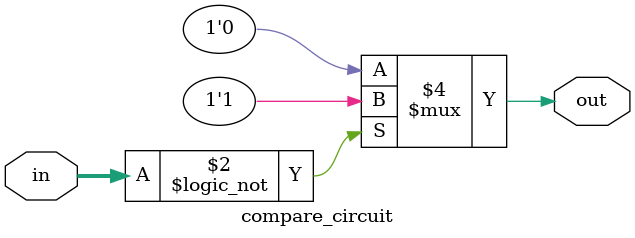
<source format=v>
`timescale 1ns / 1ps

module compare_circuit
#(parameter WIDTH = 8)(
    input  [WIDTH-1:0] in,
    output reg out
    );    

    always @(in) begin
        if(in ==0)
            out = 1'b1;
        else
            out = 1'b0;
        end
        
endmodule

</source>
